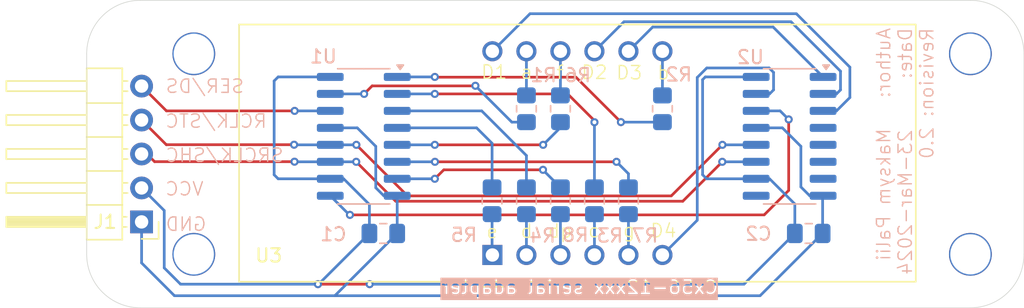
<source format=kicad_pcb>
(kicad_pcb (version 20240108) (generator "pcbnew") (generator_version "8.0")
  (layers (0 "F.Cu" signal) (31 "B.Cu" signal) (34 "B.Paste" user) (35 "F.Paste" user) (36 "B.SilkS" user "B.Silkscreen") (37 "F.SilkS" user "F.Silkscreen") (38 "B.Mask" user) (39 "F.Mask" user) (44 "Edge.Cuts" user))
  (net 0 "")
  (net 1 "VCC")
  (net 2 "GND")
  (net 3 "RCLK{slash}STC")
  (net 4 "SER{slash}DS")
  (net 5 "SRCLK{slash}SHC")
  (net 6 "a")
  (net 7 "a'")
  (net 8 "b")
  (net 9 "b'")
  (net 10 "c'")
  (net 11 "c")
  (net 12 "d")
  (net 13 "d'")
  (net 14 "e")
  (net 15 "e'")
  (net 16 "f'")
  (net 17 "f")
  (net 18 "g")
  (net 19 "g'")
  (net 20 "dp'")
  (net 21 "dp")
  (net 22 "MSB-LSB")
  (net 23 "D4")
  (net 27 "D2")
  (net 28 "D1")
  (net 31 "D3")
  (footprint "Display_7Segment:CA56-12EWA" (layer "F.Cu") (at 104.38 72.54 90)
    (property "Reference" "U3" (at -0.04 -16.7 180) (layer "F.SilkS"))
    (property "Value" "CC56-12EWA")
    (fp_line (start -2 -18.92) (end 17.24 -18.92) (stroke (width 0.12)) (layer "F.SilkS"))
    (fp_line (start -2 -18.92) (end -2 31.62) (stroke (width 0.12)) (layer "F.SilkS"))
    (fp_line (start -2.38 -1) (end -2.38 1) (stroke (width 0.12)) (layer "F.SilkS"))
    (fp_line (start 17.24 31.62) (end 17.24 -18.92) (stroke (width 0.12)) (layer "F.SilkS"))
    (fp_line (start -2 31.62) (end 17.24 31.62) (stroke (width 0.12)) (layer "F.SilkS"))
    (pad "1" thru_hole rect (at 0 0 90) (size 1.5 1.5) (drill 1) (layers "*.Cu" "*.Mask") (net 14 "e"))
    (pad "2" thru_hole circle (at 0 2.54 90) (size 1.5 1.5) (drill 1) (layers "*.Cu" "*.Mask") (net 12 "d"))
    (pad "3" thru_hole circle (at 0 5.08 90) (size 1.5 1.5) (drill 1) (layers "*.Cu" "*.Mask") (net 21 "dp"))
    (pad "4" thru_hole circle (at 0 7.62 90) (size 1.5 1.5) (drill 1) (layers "*.Cu" "*.Mask") (net 11 "c"))
    (pad "5" thru_hole circle (at 0 10.16 90) (size 1.5 1.5) (drill 1) (layers "*.Cu" "*.Mask") (net 18 "g"))
    (pad "6" thru_hole circle (at 0 12.7 90) (size 1.5 1.5) (drill 1) (layers "*.Cu" "*.Mask") (net 23 "D4"))
    (pad "7" thru_hole circle (at 15.24 12.7 90) (size 1.5 1.5) (drill 1) (layers "*.Cu" "*.Mask") (net 8 "b"))
    (pad "8" thru_hole circle (at 15.24 10.16 90) (size 1.5 1.5) (drill 1) (layers "*.Cu" "*.Mask") (net 31 "D3"))
    (pad "9" thru_hole circle (at 15.24 7.62 90) (size 1.5 1.5) (drill 1) (layers "*.Cu" "*.Mask") (net 27 "D2"))
    (pad "10" thru_hole circle (at 15.24 5.08 90) (size 1.5 1.5) (drill 1) (layers "*.Cu" "*.Mask") (net 17 "f"))
    (pad "11" thru_hole circle (at 15.24 2.54 90) (size 1.5 1.5) (drill 1) (layers "*.Cu" "*.Mask") (net 6 "a"))
    (pad "12" thru_hole circle (at 15.24 0 90) (size 1.5 1.5) (drill 1) (layers "*.Cu" "*.Mask") (net 28 "D1"))
  )
  (footprint "Connector_PinHeader_2.54mm:PinHeader_1x05_P2.54mm_Horizontal" (layer "F.Cu") (at 78.18 70.065 180)
    (property "Reference" "J1" (at 2.72 0.005 180) (layer "F.SilkS"))
    (property "Value" "Conn_01x05_Pin")
    (fp_line (start 10.1 10.54) (end 4.1 10.54) (stroke (width 0.12)) (layer "F.SilkS"))
    (fp_line (start 10.1 9.78) (end 10.1 10.54) (stroke (width 0.12)) (layer "F.SilkS"))
    (fp_line (start 10.1 8) (end 4.1 8) (stroke (width 0.12)) (layer "F.SilkS"))
    (fp_line (start 10.1 7.24) (end 10.1 8) (stroke (width 0.12)) (layer "F.SilkS"))
    (fp_line (start 10.1 5.46) (end 4.1 5.46) (stroke (width 0.12)) (layer "F.SilkS"))
    (fp_line (start 10.1 4.7) (end 10.1 5.46) (stroke (width 0.12)) (layer "F.SilkS"))
    (fp_line (start 10.1 2.92) (end 4.1 2.92) (stroke (width 0.12)) (layer "F.SilkS"))
    (fp_line (start 10.1 2.16) (end 10.1 2.92) (stroke (width 0.12)) (layer "F.SilkS"))
    (fp_line (start 10.1 0.38) (end 4.1 0.38) (stroke (width 0.12)) (layer "F.SilkS"))
    (fp_line (start 10.1 -0.38) (end 10.1 0.38) (stroke (width 0.12)) (layer "F.SilkS"))
    (fp_line (start 4.1 11.49) (end 4.1 -1.33) (stroke (width 0.12)) (layer "F.SilkS"))
    (fp_line (start 4.1 9.78) (end 10.1 9.78) (stroke (width 0.12)) (layer "F.SilkS"))
    (fp_line (start 4.1 7.24) (end 10.1 7.24) (stroke (width 0.12)) (layer "F.SilkS"))
    (fp_line (start 4.1 4.7) (end 10.1 4.7) (stroke (width 0.12)) (layer "F.SilkS"))
    (fp_line (start 4.1 2.16) (end 10.1 2.16) (stroke (width 0.12)) (layer "F.SilkS"))
    (fp_line (start 4.1 0.28) (end 10.1 0.28) (stroke (width 0.12)) (layer "F.SilkS"))
    (fp_line (start 4.1 0.16) (end 10.1 0.16) (stroke (width 0.12)) (layer "F.SilkS"))
    (fp_line (start 4.1 0.04) (end 10.1 0.04) (stroke (width 0.12)) (layer "F.SilkS"))
    (fp_line (start 4.1 -0.08) (end 10.1 -0.08) (stroke (width 0.12)) (layer "F.SilkS"))
    (fp_line (start 4.1 -0.2) (end 10.1 -0.2) (stroke (width 0.12)) (layer "F.SilkS"))
    (fp_line (start 4.1 -0.32) (end 10.1 -0.32) (stroke (width 0.12)) (layer "F.SilkS"))
    (fp_line (start 4.1 -0.38) (end 10.1 -0.38) (stroke (width 0.12)) (layer "F.SilkS"))
    (fp_line (start 4.1 -1.33) (end 1.44 -1.33) (stroke (width 0.12)) (layer "F.SilkS"))
    (fp_line (start 1.44 11.49) (end 4.1 11.49) (stroke (width 0.12)) (layer "F.SilkS"))
    (fp_line (start 1.44 8.89) (end 4.1 8.89) (stroke (width 0.12)) (layer "F.SilkS"))
    (fp_line (start 1.44 6.35) (end 4.1 6.35) (stroke (width 0.12)) (layer "F.SilkS"))
    (fp_line (start 1.44 3.81) (end 4.1 3.81) (stroke (width 0.12)) (layer "F.SilkS"))
    (fp_line (start 1.44 1.27) (end 4.1 1.27) (stroke (width 0.12)) (layer "F.SilkS"))
    (fp_line (start 1.44 -1.33) (end 1.44 11.49) (stroke (width 0.12)) (layer "F.SilkS"))
    (fp_line (start 1.11 0.38) (end 1.44 0.38) (stroke (width 0.12)) (layer "F.SilkS"))
    (fp_line (start 1.11 -0.38) (end 1.44 -0.38) (stroke (width 0.12)) (layer "F.SilkS"))
    (fp_line (start 1.042929 10.54) (end 1.44 10.54) (stroke (width 0.12)) (layer "F.SilkS"))
    (fp_line (start 1.042929 9.78) (end 1.44 9.78) (stroke (width 0.12)) (layer "F.SilkS"))
    (fp_line (start 1.042929 8) (end 1.44 8) (stroke (width 0.12)) (layer "F.SilkS"))
    (fp_line (start 1.042929 7.24) (end 1.44 7.24) (stroke (width 0.12)) (layer "F.SilkS"))
    (fp_line (start 1.042929 5.46) (end 1.44 5.46) (stroke (width 0.12)) (layer "F.SilkS"))
    (fp_line (start 1.042929 4.7) (end 1.44 4.7) (stroke (width 0.12)) (layer "F.SilkS"))
    (fp_line (start 1.042929 2.92) (end 1.44 2.92) (stroke (width 0.12)) (layer "F.SilkS"))
    (fp_line (start 1.042929 2.16) (end 1.44 2.16) (stroke (width 0.12)) (layer "F.SilkS"))
    (fp_line (start -1.27 0) (end -1.27 -1.27) (stroke (width 0.12)) (layer "F.SilkS"))
    (fp_line (start -1.27 -1.27) (end 0 -1.27) (stroke (width 0.12)) (layer "F.SilkS"))
    (pad "1" thru_hole rect (at 0 0 180) (size 1.7 1.7) (drill 1) (layers "*.Cu" "*.Mask") (net 2 "GND"))
    (pad "2" thru_hole oval (at 0 2.54 180) (size 1.7 1.7) (drill 1) (layers "*.Cu" "*.Mask") (net 1 "VCC"))
    (pad "3" thru_hole oval (at 0 5.08 180) (size 1.7 1.7) (drill 1) (layers "*.Cu" "*.Mask") (net 5 "SRCLK{slash}SHC"))
    (pad "4" thru_hole oval (at 0 7.62 180) (size 1.7 1.7) (drill 1) (layers "*.Cu" "*.Mask") (net 3 "RCLK{slash}STC"))
    (pad "5" thru_hole oval (at 0 10.16 180) (size 1.7 1.7) (drill 1) (layers "*.Cu" "*.Mask") (net 4 "SER{slash}DS"))
  )
  (footprint "Package_SO:SOP-16_3.9x9.9mm_P1.27mm" (layer "B.Cu") (at 126.58 63.665 180)
    (property "Reference" "U2" (at 2.925 5.925 180) (layer "B.SilkS") (effects (justify mirror)))
    (property "Value" "74HC595")
    (fp_line (start 1.95 5.06) (end 0 5.06) (stroke (width 0.12)) (layer "B.SilkS"))
    (fp_line (start 1.95 -5.06) (end 0 -5.06) (stroke (width 0.12)) (layer "B.SilkS"))
    (fp_line (start -1.95 5.06) (end 0 5.06) (stroke (width 0.12)) (layer "B.SilkS"))
    (fp_line (start -1.95 -5.06) (end 0 -5.06) (stroke (width 0.12)) (layer "B.SilkS"))
    (fp_poly (pts (xy -2.725 5.005) (xy -2.965 5.335) (xy -2.485 5.335) (xy -2.725 5.005)) (stroke (width 0.12)) (fill solid) (layer "B.SilkS"))
    (pad "1" smd roundrect (at -2.5 4.445 180) (size 2 0.6) (layers "B.Cu" "B.Paste" "B.Mask") (net 31 "D3"))
    (pad "2" smd roundrect (at -2.5 3.175 180) (size 2 0.6) (layers "B.Cu" "B.Paste" "B.Mask") (net 27 "D2"))
    (pad "3" smd roundrect (at -2.5 1.905 180) (size 2 0.6) (layers "B.Cu" "B.Paste" "B.Mask") (net 28 "D1"))
    (pad "4" smd roundrect (at -2.5 0.635 180) (size 2 0.6) (layers "B.Cu" "B.Paste" "B.Mask"))
    (pad "5" smd roundrect (at -2.5 -0.635 180) (size 2 0.6) (layers "B.Cu" "B.Paste" "B.Mask"))
    (pad "6" smd roundrect (at -2.5 -1.905 180) (size 2 0.6) (layers "B.Cu" "B.Paste" "B.Mask"))
    (pad "7" smd roundrect (at -2.5 -3.175 180) (size 2 0.6) (layers "B.Cu" "B.Paste" "B.Mask"))
    (pad "8" smd roundrect (at -2.5 -4.445 180) (size 2 0.6) (layers "B.Cu" "B.Paste" "B.Mask") (net 2 "GND"))
    (pad "9" smd roundrect (at 2.5 -4.445 180) (size 2 0.6) (layers "B.Cu" "B.Paste" "B.Mask"))
    (pad "10" smd roundrect (at 2.5 -3.175 180) (size 2 0.6) (layers "B.Cu" "B.Paste" "B.Mask") (net 1 "VCC"))
    (pad "11" smd roundrect (at 2.5 -1.905 180) (size 2 0.6) (layers "B.Cu" "B.Paste" "B.Mask") (net 5 "SRCLK{slash}SHC"))
    (pad "12" smd roundrect (at 2.5 -0.635 180) (size 2 0.6) (layers "B.Cu" "B.Paste" "B.Mask") (net 3 "RCLK{slash}STC"))
    (pad "13" smd roundrect (at 2.5 0.635 180) (size 2 0.6) (layers "B.Cu" "B.Paste" "B.Mask") (net 2 "GND"))
    (pad "14" smd roundrect (at 2.5 1.905 180) (size 2 0.6) (layers "B.Cu" "B.Paste" "B.Mask") (net 22 "MSB-LSB"))
    (pad "15" smd roundrect (at 2.5 3.175 180) (size 2 0.6) (layers "B.Cu" "B.Paste" "B.Mask") (net 23 "D4"))
    (pad "16" smd roundrect (at 2.5 4.445 180) (size 2 0.6) (layers "B.Cu" "B.Paste" "B.Mask") (net 1 "VCC"))
  )
  (footprint "Resistor_SMD:R_0805_2012Metric_Pad1.20x1.40mm_HandSolder" (layer "B.Cu") (at 114.5422 68.4854 90)
    (property "Reference" "R7" (at -2.6046 1.2378 0) (layer "B.SilkS") (effects (justify mirror)))
    (property "Value" "560R" (hide yes))
    (fp_line (start 0.227064 -0.735) (end -0.227064 -0.735) (stroke (width 0.12)) (layer "B.SilkS"))
    (fp_line (start 0.227064 0.735) (end -0.227064 0.735) (stroke (width 0.12)) (layer "B.SilkS"))
    (pad "1" smd roundrect (at -1 0 90) (size 1.2 1.4) (layers "B.Cu" "B.Paste" "B.Mask") (roundrect_rratio 0.208333) (net 18 "g"))
    (pad "2" smd roundrect (at 1 0 90) (size 1.2 1.4) (layers "B.Cu" "B.Paste" "B.Mask") (roundrect_rratio 0.208333) (net 19 "g'"))
  )
  (footprint "Resistor_SMD:R_0805_2012Metric_Pad1.20x1.40mm_HandSolder" (layer "B.Cu") (at 109.4622 61.602 -90)
    (property "Reference" "R6" (at -2.512 -1.2928 180) (layer "B.SilkS") (effects (justify mirror)))
    (property "Value" "560R" (hide yes))
    (fp_line (start 0.227064 0.735) (end -0.227064 0.735) (stroke (width 0.12)) (layer "B.SilkS"))
    (fp_line (start 0.227064 -0.735) (end -0.227064 -0.735) (stroke (width 0.12)) (layer "B.SilkS"))
    (pad "1" smd roundrect (at -1 0 270) (size 1.2 1.4) (layers "B.Cu" "B.Paste" "B.Mask") (roundrect_rratio 0.208333) (net 17 "f"))
    (pad "2" smd roundrect (at 1 0 270) (size 1.2 1.4) (layers "B.Cu" "B.Paste" "B.Mask") (roundrect_rratio 0.208333) (net 16 "f'"))
  )
  (footprint "Resistor_SMD:R_0805_2012Metric_Pad1.20x1.40mm_HandSolder" (layer "B.Cu") (at 106.9222 61.602 -90)
    (property "Reference" "R1" (at -2.512 -1.2828 0) (layer "B.SilkS") (effects (justify mirror)))
    (property "Value" "560R" (hide yes))
    (fp_line (start 0.227064 0.735) (end -0.227064 0.735) (stroke (width 0.12)) (layer "B.SilkS"))
    (fp_line (start 0.227064 -0.735) (end -0.227064 -0.735) (stroke (width 0.12)) (layer "B.SilkS"))
    (pad "1" smd roundrect (at -1 0 270) (size 1.2 1.4) (layers "B.Cu" "B.Paste" "B.Mask") (roundrect_rratio 0.208333) (net 6 "a"))
    (pad "2" smd roundrect (at 1 0 270) (size 1.2 1.4) (layers "B.Cu" "B.Paste" "B.Mask") (roundrect_rratio 0.208333) (net 7 "a'"))
  )
  (footprint "Resistor_SMD:R_0805_2012Metric_Pad1.20x1.40mm_HandSolder" (layer "B.Cu") (at 117.08 61.602 -90)
    (property "Reference" "R2" (at -2.562 -1.225 180) (layer "B.SilkS") (effects (justify mirror)))
    (property "Value" "560R" (hide yes))
    (fp_line (start 0.227064 0.735) (end -0.227064 0.735) (stroke (width 0.12)) (layer "B.SilkS"))
    (fp_line (start 0.227064 -0.735) (end -0.227064 -0.735) (stroke (width 0.12)) (layer "B.SilkS"))
    (pad "1" smd roundrect (at -1 0 270) (size 1.2 1.4) (layers "B.Cu" "B.Paste" "B.Mask") (roundrect_rratio 0.208333) (net 8 "b"))
    (pad "2" smd roundrect (at 1 0 270) (size 1.2 1.4) (layers "B.Cu" "B.Paste" "B.Mask") (roundrect_rratio 0.208333) (net 9 "b'"))
  )
  (footprint "Capacitor_SMD:C_0805_2012Metric_Pad1.18x1.45mm_HandSolder" (layer "B.Cu") (at 128.0063 70.9294)
    (property "Reference" "C2" (at -3.7513 0.0254 0) (layer "B.SilkS") (effects (justify mirror)))
    (property "Value" "0.1uF")
    (fp_line (start 0.261252 -0.735) (end -0.261252 -0.735) (stroke (width 0.12)) (layer "B.SilkS"))
    (fp_line (start 0.261252 0.735) (end -0.261252 0.735) (stroke (width 0.12)) (layer "B.SilkS"))
    (pad "1" smd roundrect (at -1.0375 0) (size 1.175 1.45) (layers "B.Cu" "B.Paste" "B.Mask") (roundrect_rratio 0.212766) (net 1 "VCC"))
    (pad "2" smd roundrect (at 1.0375 0) (size 1.175 1.45) (layers "B.Cu" "B.Paste" "B.Mask") (roundrect_rratio 0.212766) (net 2 "GND"))
  )
  (footprint "Resistor_SMD:R_0805_2012Metric_Pad1.20x1.40mm_HandSolder" (layer "B.Cu") (at 104.3568 68.4854 90)
    (property "Reference" "R5" (at -2.5546 -2.1018 180) (layer "B.SilkS") (effects (justify mirror)))
    (property "Value" "560R" (hide yes))
    (fp_line (start 0.227064 -0.735) (end -0.227064 -0.735) (stroke (width 0.12)) (layer "B.SilkS"))
    (fp_line (start 0.227064 0.735) (end -0.227064 0.735) (stroke (width 0.12)) (layer "B.SilkS"))
    (pad "1" smd roundrect (at -1 0 90) (size 1.2 1.4) (layers "B.Cu" "B.Paste" "B.Mask") (roundrect_rratio 0.208333) (net 14 "e"))
    (pad "2" smd roundrect (at 1 0 90) (size 1.2 1.4) (layers "B.Cu" "B.Paste" "B.Mask") (roundrect_rratio 0.208333) (net 15 "e'"))
  )
  (footprint "Resistor_SMD:R_0805_2012Metric_Pad1.20x1.40mm_HandSolder" (layer "B.Cu") (at 109.4622 68.4854 90)
    (property "Reference" "R8" (at -2.5546 1.1178 0) (layer "B.SilkS") (effects (justify mirror)))
    (property "Value" "560R" (hide yes))
    (fp_line (start 0.227064 -0.735) (end -0.227064 -0.735) (stroke (width 0.12)) (layer "B.SilkS"))
    (fp_line (start 0.227064 0.735) (end -0.227064 0.735) (stroke (width 0.12)) (layer "B.SilkS"))
    (pad "1" smd roundrect (at -1 0 90) (size 1.2 1.4) (layers "B.Cu" "B.Paste" "B.Mask") (roundrect_rratio 0.208333) (net 21 "dp"))
    (pad "2" smd roundrect (at 1 0 90) (size 1.2 1.4) (layers "B.Cu" "B.Paste" "B.Mask") (roundrect_rratio 0.208333) (net 20 "dp'"))
  )
  (footprint "Package_SO:SOP-16_3.9x9.9mm_P1.27mm" (layer "B.Cu") (at 94.7702 63.665 180)
    (property "Reference" "U1" (at 3.0152 5.975 180) (layer "B.SilkS") (effects (justify mirror)))
    (property "Value" "74HC595")
    (fp_line (start 1.95 5.06) (end 0 5.06) (stroke (width 0.12)) (layer "B.SilkS"))
    (fp_line (start 1.95 -5.06) (end 0 -5.06) (stroke (width 0.12)) (layer "B.SilkS"))
    (fp_line (start -1.95 5.06) (end 0 5.06) (stroke (width 0.12)) (layer "B.SilkS"))
    (fp_line (start -1.95 -5.06) (end 0 -5.06) (stroke (width 0.12)) (layer "B.SilkS"))
    (fp_poly (pts (xy -2.725 5.005) (xy -2.965 5.335) (xy -2.485 5.335) (xy -2.725 5.005)) (stroke (width 0.12)) (fill solid) (layer "B.SilkS"))
    (pad "1" smd roundrect (at -2.5 4.445 180) (size 2 0.6) (layers "B.Cu" "B.Paste" "B.Mask") (net 9 "b'"))
    (pad "2" smd roundrect (at -2.5 3.175 180) (size 2 0.6) (layers "B.Cu" "B.Paste" "B.Mask") (net 10 "c'"))
    (pad "3" smd roundrect (at -2.5 1.905 180) (size 2 0.6) (layers "B.Cu" "B.Paste" "B.Mask") (net 13 "d'"))
    (pad "4" smd roundrect (at -2.5 0.635 180) (size 2 0.6) (layers "B.Cu" "B.Paste" "B.Mask") (net 15 "e'"))
    (pad "5" smd roundrect (at -2.5 -0.635 180) (size 2 0.6) (layers "B.Cu" "B.Paste" "B.Mask") (net 16 "f'"))
    (pad "6" smd roundrect (at -2.5 -1.905 180) (size 2 0.6) (layers "B.Cu" "B.Paste" "B.Mask") (net 19 "g'"))
    (pad "7" smd roundrect (at -2.5 -3.175 180) (size 2 0.6) (layers "B.Cu" "B.Paste" "B.Mask") (net 20 "dp'"))
    (pad "8" smd roundrect (at -2.5 -4.445 180) (size 2 0.6) (layers "B.Cu" "B.Paste" "B.Mask") (net 2 "GND"))
    (pad "9" smd roundrect (at 2.5 -4.445 180) (size 2 0.6) (layers "B.Cu" "B.Paste" "B.Mask") (net 22 "MSB-LSB"))
    (pad "10" smd roundrect (at 2.5 -3.175 180) (size 2 0.6) (layers "B.Cu" "B.Paste" "B.Mask") (net 1 "VCC"))
    (pad "11" smd roundrect (at 2.5 -1.905 180) (size 2 0.6) (layers "B.Cu" "B.Paste" "B.Mask") (net 5 "SRCLK{slash}SHC"))
    (pad "12" smd roundrect (at 2.5 -0.635 180) (size 2 0.6) (layers "B.Cu" "B.Paste" "B.Mask") (net 3 "RCLK{slash}STC"))
    (pad "13" smd roundrect (at 2.5 0.635 180) (size 2 0.6) (layers "B.Cu" "B.Paste" "B.Mask") (net 2 "GND"))
    (pad "14" smd roundrect (at 2.5 1.905 180) (size 2 0.6) (layers "B.Cu" "B.Paste" "B.Mask") (net 4 "SER{slash}DS"))
    (pad "15" smd roundrect (at 2.5 3.175 180) (size 2 0.6) (layers "B.Cu" "B.Paste" "B.Mask") (net 7 "a'"))
    (pad "16" smd roundrect (at 2.5 4.445 180) (size 2 0.6) (layers "B.Cu" "B.Paste" "B.Mask") (net 1 "VCC"))
  )
  (footprint "Capacitor_SMD:C_0805_2012Metric_Pad1.18x1.45mm_HandSolder" (layer "B.Cu") (at 96.2327 70.9294)
    (property "Reference" "C1" (at -3.7277 0.0606 0) (layer "B.SilkS") (effects (justify mirror)))
    (property "Value" "0.1uF")
    (fp_line (start 0.261252 -0.735) (end -0.261252 -0.735) (stroke (width 0.12)) (layer "B.SilkS"))
    (fp_line (start 0.261252 0.735) (end -0.261252 0.735) (stroke (width 0.12)) (layer "B.SilkS"))
    (pad "1" smd roundrect (at -1.0375 0) (size 1.175 1.45) (layers "B.Cu" "B.Paste" "B.Mask") (roundrect_rratio 0.212766) (net 1 "VCC"))
    (pad "2" smd roundrect (at 1.0375 0) (size 1.175 1.45) (layers "B.Cu" "B.Paste" "B.Mask") (roundrect_rratio 0.212766) (net 2 "GND"))
  )
  (footprint "Resistor_SMD:R_0805_2012Metric_Pad1.20x1.40mm_HandSolder" (layer "B.Cu") (at 106.9222 68.4854 90)
    (property "Reference" "R4" (at -2.6046 1.2078 0) (layer "B.SilkS") (effects (justify mirror)))
    (property "Value" "560R" (hide yes))
    (fp_line (start 0.227064 -0.735) (end -0.227064 -0.735) (stroke (width 0.12)) (layer "B.SilkS"))
    (fp_line (start 0.227064 0.735) (end -0.227064 0.735) (stroke (width 0.12)) (layer "B.SilkS"))
    (pad "1" smd roundrect (at -1 0 90) (size 1.2 1.4) (layers "B.Cu" "B.Paste" "B.Mask") (roundrect_rratio 0.208333) (net 12 "d"))
    (pad "2" smd roundrect (at 1 0 90) (size 1.2 1.4) (layers "B.Cu" "B.Paste" "B.Mask") (roundrect_rratio 0.208333) (net 13 "d'"))
  )
  (footprint "Resistor_SMD:R_0805_2012Metric_Pad1.20x1.40mm_HandSolder" (layer "B.Cu") (at 112.0022 68.4854 90)
    (property "Reference" "R3" (at -2.6046 1.1528 0) (layer "B.SilkS") (effects (justify mirror)))
    (property "Value" "560R" (hide yes))
    (fp_line (start 0.227064 -0.735) (end -0.227064 -0.735) (stroke (width 0.12)) (layer "B.SilkS"))
    (fp_line (start 0.227064 0.735) (end -0.227064 0.735) (stroke (width 0.12)) (layer "B.SilkS"))
    (pad "1" smd roundrect (at -1 0 90) (size 1.2 1.4) (layers "B.Cu" "B.Paste" "B.Mask") (roundrect_rratio 0.208333) (net 11 "c"))
    (pad "2" smd roundrect (at 1 0 90) (size 1.2 1.4) (layers "B.Cu" "B.Paste" "B.Mask") (roundrect_rratio 0.208333) (net 10 "c'"))
  )
  (gr_line (start 140.08 76.49) (end 78.08 76.49) (stroke (width 0.05)) (layer "Edge.Cuts"))
  (gr_arc (start 74.08 57.49) (mid 75.251573 54.661573) (end 78.08 53.49) (stroke (width 0.05)) (layer "Edge.Cuts"))
  (gr_line (start 74.08 72.49) (end 74.08 57.49) (stroke (width 0.05)) (layer "Edge.Cuts"))
  (gr_arc (start 144.08 72.49) (mid 142.908427 75.318427) (end 140.08 76.49) (stroke (width 0.05)) (layer "Edge.Cuts"))
  (gr_arc (start 140.08 53.49) (mid 142.908427 54.661573) (end 144.08 57.49) (stroke (width 0.05)) (layer "Edge.Cuts"))
  (gr_arc (start 78.08 76.49) (mid 75.251573 75.318427) (end 74.08 72.49) (stroke (width 0.05)) (layer "Edge.Cuts"))
  (gr_line (start 144.08 57.49) (end 144.08 72.49) (stroke (width 0.05)) (layer "Edge.Cuts"))
  (gr_line (start 78.08 53.49) (end 140.08 53.49) (stroke (width 0.05)) (layer "Edge.Cuts"))
  (gr_text "Cx56-12xxx serial adapter" (at 121.32 75.54 0) (layer "B.SilkS" knockout) (effects (font (size 1 1) (thickness 0.125)) (justify left bottom mirror)))
  (gr_text "GND" (at 83.09 70.82 0) (layer "B.SilkS") (effects (font (size 1 1) (thickness 0.1)) (justify left bottom mirror)))
  (gr_text "RCLK/STC" (at 87.6 63.11 0) (layer "B.SilkS") (effects (font (size 1 1) (thickness 0.1)) (justify left bottom mirror)))
  (gr_text "SER/DS" (at 85.9 60.5 0) (layer "B.SilkS") (effects (font (size 1 1) (thickness 0.1)) (justify left bottom mirror)))
  (gr_text "Author:   Maksym Palii\nDate:     23-Mar-2024\nRevision: 2.0" (at 137.41 55.48 90) (layer "B.SilkS") (effects (font (size 1 1) (thickness 0.1)) (justify left bottom mirror)))
  (gr_text "SRCLK/SHC" (at 88.85 65.66 0) (layer "B.SilkS") (effects (font (size 1 1) (thickness 0.1)) (justify left bottom mirror)))
  (gr_text "VCC" (at 82.88 68.18 0) (layer "B.SilkS") (effects (font (size 1 1) (thickness 0.1)) (justify left bottom mirror)))
  (gr_text "dp" (at 108.46 71.33 0) (layer "F.SilkS") (effects (font (size 1 1) (thickness 0.1)) (justify left bottom)))
  (gr_text "b" (at 116.63 59.49 0) (layer "F.SilkS") (effects (font (size 1 1) (thickness 0.1)) (justify left bottom)))
  (gr_text "D4" (at 116.11 71.31 0) (layer "F.SilkS") (effects (font (size 1 1) (thickness 0.1)) (justify left bottom)))
  (gr_text "c" (at 111.46 71.31 0) (layer "F.SilkS") (effects (font (size 1 1) (thickness 0.1)) (justify left bottom)))
  (gr_text "D1" (at 103.47 59.44 0) (layer "F.SilkS") (effects (font (size 1 1) (thickness 0.1)) (justify left bottom)))
  (gr_text "D3" (at 113.56 59.49 0) (layer "F.SilkS") (effects (font (size 1 1) (thickness 0.1)) (justify left bottom)))
  (gr_text "f" (at 109.09 59.4614 0) (layer "F.SilkS") (effects (font (size 1 1) (thickness 0.1)) (justify left bottom)))
  (gr_text "d" (at 106.42 71.34 0) (layer "F.SilkS") (effects (font (size 1 1) (thickness 0.1)) (justify left bottom)))
  (gr_text "a" (at 106.42 59.44 0) (layer "F.SilkS") (effects (font (size 1 1) (thickness 0.1)) (justify left bottom)))
  (gr_text "D2" (at 110.96 59.46 0) (layer "F.SilkS") (effects (font (size 1 1) (thickness 0.1)) (justify left bottom)))
  (gr_text "e" (at 103.87 71.37 0) (layer "F.SilkS") (effects (font (size 1 1) (thickness 0.1)) (justify left bottom)))
  (gr_text "g" (at 114.07 71.28 0) (layer "F.SilkS") (effects (font (size 1 1) (thickness 0.1)) (justify left bottom)))
  (via (at 82.08 72.49) (size 3.2) (drill 3) (layers "F.Cu" "B.Cu") (net 0))
  (via (at 140.08 72.49) (size 3.2) (drill 3) (layers "F.Cu" "B.Cu") (net 0))
  (via (at 140.08 57.49) (size 3.2) (drill 3) (layers "F.Cu" "B.Cu") (net 0))
  (via (at 82.08 57.49) (size 3.2) (drill 3) (layers "F.Cu" "B.Cu") (net 0))
  (segment (start 91.352 74.7244) (end 95.2128 74.7244) (width 0.2) (layer "F.Cu") (net 1))
  (via (at 91.352 74.7244) (size 0.6) (drill 0.3) (layers "F.Cu" "B.Cu") (net 1))
  (via (at 95.2128 74.7244) (size 0.6) (drill 0.3) (layers "F.Cu" "B.Cu") (net 1))
  (segment (start 120.08 59.4254) (end 120.2854 59.22) (width 0.2) (layer "B.Cu") (net 1))
  (segment (start 79.8712 69.2162) (end 79.8712 73.5052) (width 0.2) (layer "B.Cu") (net 1))
  (segment (start 120.380001 66.84) (end 124.08 66.84) (width 0.2) (layer "B.Cu") (net 1))
  (segment (start 88.380001 66.84) (end 88.08 66.539999) (width 0.2) (layer "B.Cu") (net 1))
  (segment (start 125.079999 66.84) (end 124.08 66.84) (width 0.2) (layer "B.Cu") (net 1))
  (segment (start 79.8712 73.5052) (end 81.0904 74.7244) (width 0.2) (layer "B.Cu") (net 1))
  (segment (start 120.380001 66.84) (end 120.08 66.539999) (width 0.2) (layer "B.Cu") (net 1))
  (segment (start 126.9688 70.9294) (end 126.9688 68.728801) (width 0.2) (layer "B.Cu") (net 1))
  (segment (start 91.4002 74.7244) (end 95.1952 70.9294) (width 0.2) (layer "B.Cu") (net 1))
  (segment (start 88.08 66.539999) (end 88.08 59.520001) (width 0.2) (layer "B.Cu") (net 1))
  (segment (start 126.9688 70.9294) (end 123.1738 74.7244) (width 0.2) (layer "B.Cu") (net 1))
  (segment (start 88.380001 66.84) (end 92.2702 66.84) (width 0.2) (layer "B.Cu") (net 1))
  (segment (start 95.1952 68.765001) (end 93.270199 66.84) (width 0.2) (layer "B.Cu") (net 1))
  (segment (start 88.380001 59.22) (end 92.2702 59.22) (width 0.2) (layer "B.Cu") (net 1))
  (segment (start 120.2854 59.22) (end 124.08 59.22) (width 0.2) (layer "B.Cu") (net 1))
  (segment (start 91.352 74.7244) (end 91.4002 74.7244) (width 0.2) (layer "B.Cu") (net 1))
  (segment (start 120.08 66.539999) (end 120.08 59.4254) (width 0.2) (layer "B.Cu") (net 1))
  (segment (start 126.9688 68.728801) (end 125.079999 66.84) (width 0.2) (layer "B.Cu") (net 1))
  (segment (start 93.270199 66.84) (end 92.2702 66.84) (width 0.2) (layer "B.Cu") (net 1))
  (segment (start 78.18 67.525) (end 79.8712 69.2162) (width 0.2) (layer "B.Cu") (net 1))
  (segment (start 88.08 59.520001) (end 88.380001 59.22) (width 0.2) (layer "B.Cu") (net 1))
  (segment (start 123.1738 74.7244) (end 95.2128 74.7244) (width 0.2) (layer "B.Cu") (net 1))
  (segment (start 95.1952 70.9294) (end 95.1952 68.765001) (width 0.2) (layer "B.Cu") (net 1))
  (segment (start 81.0904 74.7244) (end 91.352 74.7244) (width 0.2) (layer "B.Cu") (net 1))
  (segment (start 95.67 67.509799) (end 95.67 64.412) (width 0.2) (layer "B.Cu") (net 2))
  (segment (start 129.08 70.6988) (end 129.0438 70.735) (width 0.2) (layer "B.Cu") (net 2))
  (segment (start 97.2702 70.9294) (end 97.2702 68.11) (width 0.2) (layer "B.Cu") (net 2))
  (segment (start 129.0438 71.4242) (end 129.0438 70.9294) (width 0.2) (layer "B.Cu") (net 2))
  (segment (start 129.08 68.11) (end 128.080001 68.11) (width 0.2) (layer "B.Cu") (net 2))
  (segment (start 78.18 73.1348) (end 80.6332 75.588) (width 0.2) (layer "B.Cu") (net 2))
  (segment (start 127.42 64.412) (end 126.038 63.03) (width 0.2) (layer "B.Cu") (net 2))
  (segment (start 129.0438 68.1462) (end 129.08 68.11) (width 0.2) (layer "B.Cu") (net 2))
  (segment (start 94.288 63.03) (end 92.2702 63.03) (width 0.2) (layer "B.Cu") (net 2))
  (segment (start 80.6332 75.588) (end 92.622 75.588) (width 0.2) (layer "B.Cu") (net 2))
  (segment (start 97.2702 68.11) (end 96.270201 68.11) (width 0.2) (layer "B.Cu") (net 2))
  (segment (start 96.270201 68.11) (end 95.67 67.509799) (width 0.2) (layer "B.Cu") (net 2))
  (segment (start 95.67 64.412) (end 94.288 63.03) (width 0.2) (layer "B.Cu") (net 2))
  (segment (start 92.622 75.5776) (end 92.622 75.588) (width 0.2) (layer "B.Cu") (net 2))
  (segment (start 97.2702 70.9294) (end 92.622 75.5776) (width 0.2) (layer "B.Cu") (net 2))
  (segment (start 78.18 70.065) (end 78.18 73.1348) (width 0.2) (layer "B.Cu") (net 2))
  (segment (start 129.0438 70.9294) (end 129.0306 70.9294) (width 0.2) (layer "B.Cu") (net 2))
  (segment (start 127.42 67.449999) (end 127.42 64.412) (width 0.2) (layer "B.Cu") (net 2))
  (segment (start 92.622 75.588) (end 124.372 75.588) (width 0.2) (layer "B.Cu") (net 2))
  (segment (start 129.0438 70.9294) (end 129.0438 68.1462) (width 0.2) (layer "B.Cu") (net 2))
  (segment (start 97.2701 68.1101) (end 97.2702 68.11) (width 0.2) (layer "B.Cu") (net 2))
  (segment (start 128.080001 68.11) (end 127.42 67.449999) (width 0.2) (layer "B.Cu") (net 2))
  (segment (start 126.038 63.03) (end 124.08 63.03) (width 0.2) (layer "B.Cu") (net 2))
  (segment (start 129.0306 70.9294) (end 124.372 75.588) (width 0.2) (layer "B.Cu") (net 2))
  (segment (start 89.57 64.29) (end 80.025 64.29) (width 0.2) (layer "F.Cu") (net 3))
  (segment (start 98.04 68.12) (end 117.74 68.12) (width 0.2) (layer "F.Cu") (net 3))
  (segment (start 80.025 64.29) (end 78.18 62.445) (width 0.2) (layer "F.Cu") (net 3))
  (segment (start 94.22 64.3) (end 98.04 68.12) (width 0.2) (layer "F.Cu") (net 3))
  (segment (start 117.74 68.12) (end 121.56 64.3) (width 0.2) (layer "F.Cu") (net 3))
  (via (at 89.57 64.29) (size 0.6) (drill 0.3) (layers "F.Cu" "B.Cu") (net 3))
  (via (at 94.22 64.3) (size 0.6) (drill 0.3) (layers "F.Cu" "B.Cu") (net 3))
  (via (at 121.56 64.3) (size 0.6) (drill 0.3) (layers "F.Cu" "B.Cu") (net 3))
  (segment (start 89.57 64.29) (end 89.58 64.29) (width 0.2) (layer "B.Cu") (net 3))
  (segment (start 89.58 64.3) (end 89.57 64.29) (width 0.2) (layer "B.Cu") (net 3))
  (segment (start 94.22 64.3) (end 92.2702 64.3) (width 0.2) (layer "B.Cu") (net 3))
  (segment (start 92.2702 64.3) (end 89.58 64.3) (width 0.2) (layer "B.Cu") (net 3))
  (segment (start 121.56 64.3) (end 124.08 64.3) (width 0.2) (layer "B.Cu") (net 3))
  (segment (start 80.035 61.76) (end 78.18 59.905) (width 0.2) (layer "F.Cu") (net 4))
  (segment (start 89.61 61.76) (end 80.035 61.76) (width 0.2) (layer "F.Cu") (net 4))
  (via (at 89.61 61.76) (size 0.6) (drill 0.3) (layers "F.Cu" "B.Cu") (net 4))
  (segment (start 92.2702 61.76) (end 89.61 61.76) (width 0.2) (layer "B.Cu") (net 4))
  (segment (start 89.61 61.76) (end 89.6 61.76) (width 0.2) (layer "B.Cu") (net 4))
  (segment (start 78.575 64.985) (end 78.18 64.985) (width 0.2) (layer "F.Cu") (net 5))
  (segment (start 94.21 65.57) (end 97.16 68.52) (width 0.2) (layer "F.Cu") (net 5))
  (segment (start 89.6 65.56) (end 79.15 65.56) (width 0.2) (layer "F.Cu") (net 5))
  (segment (start 79.15 65.56) (end 78.575 64.985) (width 0.2) (layer "F.Cu") (net 5))
  (segment (start 97.16 68.52) (end 118.6 68.52) (width 0.2) (layer "F.Cu") (net 5))
  (segment (start 118.6 68.52) (end 121.55 65.57) (width 0.2) (layer "F.Cu") (net 5))
  (via (at 94.21 65.57) (size 0.6) (drill 0.3) (layers "F.Cu" "B.Cu") (net 5))
  (via (at 121.55 65.57) (size 0.6) (drill 0.3) (layers "F.Cu" "B.Cu") (net 5))
  (via (at 89.6 65.56) (size 0.6) (drill 0.3) (layers "F.Cu" "B.Cu") (net 5))
  (segment (start 92.2702 65.57) (end 89.61 65.57) (width 0.2) (layer "B.Cu") (net 5))
  (segment (start 89.61 65.57) (end 89.6 65.56) (width 0.2) (layer "B.Cu") (net 5))
  (segment (start 92.2702 65.57) (end 94.21 65.57) (width 0.2) (layer "B.Cu") (net 5))
  (segment (start 121.55 65.57) (end 124.08 65.57) (width 0.2) (layer "B.Cu") (net 5))
  (segment (start 106.9222 57.3022) (end 106.92 57.3) (width 0.2) (layer "B.Cu") (net 6))
  (segment (start 106.92 60.5998) (end 106.9222 60.602) (width 0.2) (layer "B.Cu") (net 6))
  (segment (start 106.9222 60.602) (end 106.9222 57.3022) (width 0.2) (layer "B.Cu") (net 6))
  (segment (start 103.1 59.89) (end 103.09 59.89) (width 0.2) (layer "F.Cu") (net 7))
  (segment (start 103.08 59.89) (end 103.11 59.88) (width 0.2) (layer "F.Cu") (net 7))
  (segment (start 103.11 59.88) (end 103.1 59.89) (width 0.2) (layer "F.Cu") (net 7))
  (segment (start 94.8 60.49) (end 95.4 59.89) (width 0.2) (layer "F.Cu") (net 7))
  (segment (start 95.4 59.89) (end 103.08 59.89) (width 0.2) (layer "F.Cu") (net 7))
  (via (at 94.8 60.49) (size 0.6) (drill 0.3) (layers "F.Cu" "B.Cu") (net 7))
  (via (at 103.11 59.88) (size 0.6) (drill 0.3) (layers "F.Cu" "B.Cu") (net 7))
  (segment (start 105.832 62.602) (end 106.9222 62.602) (width 0.2) (layer "B.Cu") (net 7))
  (segment (start 92.2702 60.49) (end 94.8 60.49) (width 0.2) (layer "B.Cu") (net 7))
  (segment (start 103.11 59.88) (end 105.832 62.602) (width 0.2) (layer "B.Cu") (net 7))
  (segment (start 117.08 60.602) (end 117.08 57.3) (width 0.2) (layer "B.Cu") (net 8))
  (segment (start 113.98 62.6) (end 110.62 59.24) (width 0.2) (layer "F.Cu") (net 9))
  (segment (start 110.62 59.24) (end 100.1 59.24) (width 0.2) (layer "F.Cu") (net 9))
  (segment (start 100.1 59.24) (end 100.08 59.22) (width 0.2) (layer "F.Cu") (net 9))
  (via (at 113.98 62.6) (size 0.6) (drill 0.3) (layers "F.Cu" "B.Cu") (net 9))
  (via (at 100.08 59.22) (size 0.6) (drill 0.3) (layers "F.Cu" "B.Cu") (net 9))
  (segment (start 117.08 62.602) (end 113.988 62.602) (width 0.2) (layer "B.Cu") (net 9))
  (segment (start 113.98 62.6) (end 113.98 62.61) (width 0.2) (layer "B.Cu") (net 9))
  (segment (start 113.988 62.602) (end 113.99 62.6) (width 0.2) (layer "B.Cu") (net 9))
  (segment (start 113.99 62.6) (end 113.98 62.6) (width 0.2) (layer "B.Cu") (net 9))
  (segment (start 113.98 62.61) (end 113.98 62.61) (width 0.2) (layer "B.Cu") (net 9))
  (segment (start 97.2702 59.22) (end 100.08 59.22) (width 0.2) (layer "B.Cu") (net 9))
  (segment (start 112.0022 62.61) (end 112.0022 62.4922) (width 0.2) (layer "F.Cu") (net 10))
  (segment (start 110 60.49) (end 100.08 60.49) (width 0.2) (layer "F.Cu") (net 10))
  (segment (start 112.0022 62.4922) (end 110 60.49) (width 0.2) (layer "F.Cu") (net 10))
  (via (at 112.0022 62.61) (size 0.6) (drill 0.3) (layers "F.Cu" "B.Cu") (net 10))
  (via (at 100.08 60.49) (size 0.6) (drill 0.3) (layers "F.Cu" "B.Cu") (net 10))
  (segment (start 112.0022 62.61) (end 112.0022 67.4854) (width 0.2) (layer "B.Cu") (net 10))
  (segment (start 97.2702 60.49) (end 100.08 60.49) (width 0.2) (layer "B.Cu") (net 10))
  (segment (start 100.08 60.49) (end 100.09 60.49) (width 0.2) (layer "B.Cu") (net 10))
  (segment (start 112.0022 69.4854) (end 112.0022 72.5378) (width 0.2) (layer "B.Cu") (net 11))
  (segment (start 112.0022 72.5378) (end 112 72.54) (width 0.2) (layer "B.Cu") (net 11))
  (segment (start 106.9222 72.5378) (end 106.92 72.54) (width 0.2) (layer "B.Cu") (net 12))
  (segment (start 106.9222 69.4854) (end 106.9222 72.5378) (width 0.2) (layer "B.Cu") (net 12))
  (segment (start 97.2702 61.76) (end 103.58 61.76) (width 0.2) (layer "B.Cu") (net 13))
  (segment (start 103.58 61.76) (end 106.9222 65.1022) (width 0.2) (layer "B.Cu") (net 13))
  (segment (start 106.9222 65.1022) (end 106.9222 67.4854) (width 0.2) (layer "B.Cu") (net 13))
  (segment (start 104.3568 72.5168) (end 104.38 72.54) (width 0.2) (layer "B.Cu") (net 14))
  (segment (start 104.3568 69.4854) (end 104.3568 72.5168) (width 0.2) (layer "B.Cu") (net 14))
  (segment (start 104.36 64.32) (end 104.3568 64.3232) (width 0.2) (layer "B.Cu") (net 15))
  (segment (start 104.3568 64.3232) (end 104.3568 67.4854) (width 0.2) (layer "B.Cu") (net 15))
  (segment (start 104.36 64.19) (end 104.36 64.32) (width 0.2) (layer "B.Cu") (net 15))
  (segment (start 97.2852 63.015) (end 97.2702 63.03) (width 0.2) (layer "B.Cu") (net 15))
  (segment (start 103.2 63.03) (end 104.36 64.19) (width 0.2) (layer "B.Cu") (net 15))
  (segment (start 97.2702 63.03) (end 103.2 63.03) (width 0.2) (layer "B.Cu") (net 15))
  (segment (start 108.17 64.3) (end 100.08 64.3) (width 0.2) (layer "F.Cu") (net 16))
  (via (at 108.17 64.3) (size 0.6) (drill 0.3) (layers "F.Cu" "B.Cu") (net 16))
  (via (at 100.08 64.3) (size 0.6) (drill 0.3) (layers "F.Cu" "B.Cu") (net 16))
  (segment (start 109.4622 63.0078) (end 108.17 64.3) (width 0.2) (layer "B.Cu") (net 16))
  (segment (start 109.4622 62.602) (end 109.4622 63.0078) (width 0.2) (layer "B.Cu") (net 16))
  (segment (start 97.2702 64.3) (end 100.08 64.3) (width 0.2) (layer "B.Cu") (net 16))
  (segment (start 109.4622 57.3022) (end 109.46 57.3) (width 0.2) (layer "B.Cu") (net 17))
  (segment (start 109.4622 60.602) (end 109.4622 57.3022) (width 0.2) (layer "B.Cu") (net 17))
  (segment (start 109.46 60.5998) (end 109.4622 60.602) (width 0.2) (layer "B.Cu") (net 17))
  (segment (start 114.5422 69.4854) (end 114.5422 72.5378) (width 0.2) (layer "B.Cu") (net 18))
  (segment (start 114.5422 72.5378) (end 114.54 72.54) (width 0.2) (layer "B.Cu") (net 18))
  (segment (start 113.65 65.57) (end 100.09 65.57) (width 0.2) (layer "F.Cu") (net 19))
  (via (at 100.09 65.57) (size 0.6) (drill 0.3) (layers "F.Cu" "B.Cu") (net 19))
  (via (at 113.65 65.57) (size 0.6) (drill 0.3) (layers "F.Cu" "B.Cu") (net 19))
  (segment (start 114.5422 66.4622) (end 114.5422 67.4854) (width 0.2) (layer "B.Cu") (net 19))
  (segment (start 97.2702 65.57) (end 100.09 65.57) (width 0.2) (layer "B.Cu") (net 19))
  (segment (start 100.09 65.57) (end 100.08 65.57) (width 0.2) (layer "B.Cu") (net 19))
  (segment (start 113.65 65.57) (end 114.5422 66.4622) (width 0.2) (layer "B.Cu") (net 19))
  (segment (start 100.08 66.84) (end 100.75 66.17) (width 0.2) (layer "F.Cu") (net 20))
  (segment (start 100.75 66.17) (end 108.16 66.17) (width 0.2) (layer "F.Cu") (net 20))
  (via (at 100.08 66.84) (size 0.6) (drill 0.3) (layers "F.Cu" "B.Cu") (net 20))
  (via (at 108.16 66.17) (size 0.6) (drill 0.3) (layers "F.Cu" "B.Cu") (net 20))
  (segment (start 108.16 66.17) (end 108.16 66.1832) (width 0.2) (layer "B.Cu") (net 20))
  (segment (start 97.2702 66.84) (end 100.08 66.84) (width 0.2) (layer "B.Cu") (net 20))
  (segment (start 108.16 66.1832) (end 109.4622 67.4854) (width 0.2) (layer "B.Cu") (net 20))
  (segment (start 109.4622 72.5378) (end 109.46 72.54) (width 0.2) (layer "B.Cu") (net 21))
  (segment (start 109.4622 69.4854) (end 109.4622 72.5378) (width 0.2) (layer "B.Cu") (net 21))
  (segment (start 126.51 67.71) (end 126.51 62.4) (width 0.2) (layer "F.Cu") (net 22))
  (segment (start 93.74 69.54) (end 124.68 69.54) (width 0.2) (layer "F.Cu") (net 22))
  (segment (start 124.68 69.54) (end 126.51 67.71) (width 0.2) (layer "F.Cu") (net 22))
  (via (at 126.51 62.4) (size 0.6) (drill 0.3) (layers "F.Cu" "B.Cu") (net 22))
  (via (at 93.74 69.54) (size 0.6) (drill 0.3) (layers "F.Cu" "B.Cu") (net 22))
  (segment (start 124.08 61.76) (end 125.87 61.76) (width 0.2) (layer "B.Cu") (net 22))
  (segment (start 125.87 61.76) (end 126.51 62.4) (width 0.2) (layer "B.Cu") (net 22))
  (segment (start 93.7002 69.54) (end 92.2702 68.11) (width 0.2) (layer "B.Cu") (net 22))
  (segment (start 93.74 69.54) (end 93.7002 69.54) (width 0.2) (layer "B.Cu") (net 22))
  (segment (start 125.079999 60.49) (end 124.08 60.49) (width 0.2) (layer "B.Cu") (net 23))
  (segment (start 119.68 59.259714) (end 120.389714 58.55) (width 0.2) (layer "B.Cu") (net 23))
  (segment (start 119.68 69.94) (end 119.68 59.259714) (width 0.2) (layer "B.Cu") (net 23))
  (segment (start 117.08 72.54) (end 119.68 69.94) (width 0.2) (layer "B.Cu") (net 23))
  (segment (start 125.38 58.879448) (end 125.38 60.189999) (width 0.2) (layer "B.Cu") (net 23))
  (segment (start 125.38 60.189999) (end 125.079999 60.49) (width 0.2) (layer "B.Cu") (net 23))
  (segment (start 125.050552 58.55) (end 125.38 58.879448) (width 0.2) (layer "B.Cu") (net 23))
  (segment (start 120.389714 58.55) (end 125.050552 58.55) (width 0.2) (layer "B.Cu") (net 23))
  (segment (start 129.08 60.49) (end 130.079999 60.49) (width 0.2) (layer "B.Cu") (net 27))
  (segment (start 130.38 58.79) (end 126.68 55.09) (width 0.2) (layer "B.Cu") (net 27))
  (segment (start 130.079999 60.49) (end 130.38 60.189999) (width 0.2) (layer "B.Cu") (net 27))
  (segment (start 126.68 55.09) (end 114.21 55.09) (width 0.2) (layer "B.Cu") (net 27))
  (segment (start 114.21 55.09) (end 112 57.3) (width 0.2) (layer "B.Cu") (net 27))
  (segment (start 130.38 60.189999) (end 130.38 58.79) (width 0.2) (layer "B.Cu") (net 27))
  (segment (start 129.08 61.76) (end 130.079999 61.76) (width 0.2) (layer "B.Cu") (net 28))
  (segment (start 107.19 54.49) (end 104.38 57.3) (width 0.2) (layer "B.Cu") (net 28))
  (segment (start 131.08 58.49) (end 127.08 54.49) (width 0.2) (layer "B.Cu") (net 28))
  (segment (start 127.08 54.49) (end 107.19 54.49) (width 0.2) (layer "B.Cu") (net 28))
  (segment (start 131.08 60.759999) (end 131.08 58.49) (width 0.2) (layer "B.Cu") (net 28))
  (segment (start 130.079999 61.76) (end 131.08 60.759999) (width 0.2) (layer "B.Cu") (net 28))
  (segment (start 116.35 55.49) (end 114.54 57.3) (width 0.2) (layer "B.Cu") (net 31))
  (segment (start 125.35 55.49) (end 116.35 55.49) (width 0.2) (layer "B.Cu") (net 31))
  (segment (start 129.08 59.22) (end 125.35 55.49) (width 0.2) (layer "B.Cu") (net 31))
)
</source>
